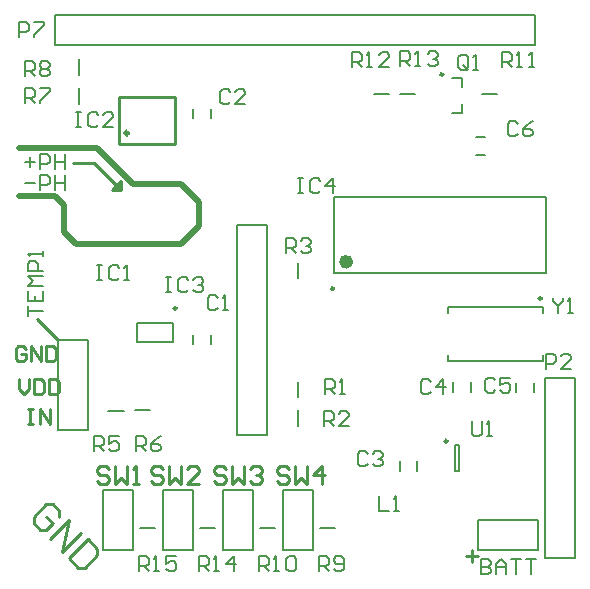
<source format=gto>
G04 Layer_Color=65535*
%FSAX24Y24*%
%MOIN*%
G70*
G01*
G75*
%ADD10C,0.0100*%
%ADD26C,0.0200*%
%ADD34C,0.0098*%
%ADD35C,0.0236*%
%ADD36C,0.0130*%
%ADD37C,0.0079*%
%ADD38C,0.0060*%
%ADD39C,0.0080*%
D10*
X037300Y050500D02*
X037600D01*
X037300D02*
X037600Y050800D01*
Y050500D02*
Y050800D01*
X036700Y051400D02*
X037600Y050500D01*
X036000Y051400D02*
X036700D01*
X034800Y046200D02*
X035500Y045500D01*
X039400Y052050D02*
Y053600D01*
X038212D02*
X038737D01*
X037550Y052050D02*
X039400D01*
X037550D02*
Y053600D01*
X038737D02*
X039400D01*
X037550D02*
X038212D01*
X035554Y039606D02*
Y039818D01*
X035342Y040030D01*
X035130Y040030D01*
X034706Y039606D01*
Y039394D01*
X034918Y039182D01*
X035130Y039182D01*
X035342Y039394D01*
X035130Y039606D01*
X035236Y038864D02*
X035872Y039500D01*
X035660Y038440D01*
X036297Y039076D01*
X036509Y038864D02*
X035872Y038228D01*
X036190Y037910D01*
X036403Y037910D01*
X036827Y038334D01*
Y038546D01*
X036509Y038864D01*
X049100Y038300D02*
X049500D01*
X049300Y038500D02*
Y038100D01*
X043200Y041200D02*
X043100Y041300D01*
X042900D01*
X042800Y041200D01*
Y041100D01*
X042900Y041000D01*
X043100D01*
X043200Y040900D01*
Y040800D01*
X043100Y040700D01*
X042900D01*
X042800Y040800D01*
X043400Y041300D02*
Y040700D01*
X043600Y040900D01*
X043800Y040700D01*
Y041300D01*
X044300Y040700D02*
Y041300D01*
X044000Y041000D01*
X044399D01*
X041100Y041200D02*
X041000Y041300D01*
X040800D01*
X040700Y041200D01*
Y041100D01*
X040800Y041000D01*
X041000D01*
X041100Y040900D01*
Y040800D01*
X041000Y040700D01*
X040800D01*
X040700Y040800D01*
X041300Y041300D02*
Y040700D01*
X041500Y040900D01*
X041700Y040700D01*
Y041300D01*
X041900Y041200D02*
X042000Y041300D01*
X042200D01*
X042299Y041200D01*
Y041100D01*
X042200Y041000D01*
X042100D01*
X042200D01*
X042299Y040900D01*
Y040800D01*
X042200Y040700D01*
X042000D01*
X041900Y040800D01*
X039000Y041200D02*
X038900Y041300D01*
X038700D01*
X038600Y041200D01*
Y041100D01*
X038700Y041000D01*
X038900D01*
X039000Y040900D01*
Y040800D01*
X038900Y040700D01*
X038700D01*
X038600Y040800D01*
X039200Y041300D02*
Y040700D01*
X039400Y040900D01*
X039600Y040700D01*
Y041300D01*
X040199Y040700D02*
X039800D01*
X040199Y041100D01*
Y041200D01*
X040100Y041300D01*
X039900D01*
X039800Y041200D01*
X037200D02*
X037100Y041300D01*
X036900D01*
X036800Y041200D01*
Y041100D01*
X036900Y041000D01*
X037100D01*
X037200Y040900D01*
Y040800D01*
X037100Y040700D01*
X036900D01*
X036800Y040800D01*
X037400Y041300D02*
Y040700D01*
X037600Y040900D01*
X037800Y040700D01*
Y041300D01*
X038000Y040700D02*
X038200D01*
X038100D01*
Y041300D01*
X038000Y041200D01*
X034200Y044200D02*
Y043867D01*
X034367Y043700D01*
X034533Y043867D01*
Y044200D01*
X034700D02*
Y043700D01*
X034950D01*
X035033Y043783D01*
Y044117D01*
X034950Y044200D01*
X034700D01*
X035200D02*
Y043700D01*
X035450D01*
X035533Y043783D01*
Y044117D01*
X035450Y044200D01*
X035200D01*
X034500Y043200D02*
X034667D01*
X034583D01*
Y042700D01*
X034500D01*
X034667D01*
X034917D02*
Y043200D01*
X035250Y042700D01*
Y043200D01*
X034433Y045217D02*
X034350Y045300D01*
X034183D01*
X034100Y045217D01*
Y044883D01*
X034183Y044800D01*
X034350D01*
X034433Y044883D01*
Y045050D01*
X034267D01*
X034600Y044800D02*
Y045300D01*
X034933Y044800D01*
Y045300D01*
X035100D02*
Y044800D01*
X035350D01*
X035433Y044883D01*
Y045217D01*
X035350Y045300D01*
X035100D01*
D26*
X034200Y051900D02*
X036800D01*
X038000Y050700D01*
X039600D01*
X040200Y050100D01*
Y049300D02*
Y050100D01*
X039600Y048700D02*
X040200Y049300D01*
X036100Y048700D02*
X039600D01*
X035700Y049100D02*
X036100Y048700D01*
X035700Y049100D02*
Y050000D01*
X035400Y050300D02*
X035700Y050000D01*
X034200Y050300D02*
X035400D01*
D34*
X051636Y046886D02*
G03*
X051636Y046886I-000049J000000D01*
G01*
X044715Y047218D02*
G03*
X044715Y047218I-000049J000000D01*
G01*
X048356Y054359D02*
G03*
X048356Y054359I-000049J000000D01*
G01*
X039469Y046557D02*
G03*
X039469Y046557I-000049J000000D01*
G01*
X048495Y042131D02*
G03*
X048495Y042131I-000049J000000D01*
G01*
D35*
X045238Y048114D02*
G03*
X045238Y048114I-000118J000000D01*
G01*
D36*
X037860Y052400D02*
G03*
X037860Y052400I-000060J000000D01*
G01*
D37*
X043000Y038500D02*
Y040500D01*
Y038500D02*
X044000D01*
Y040500D01*
X043000D02*
X044000D01*
X041000Y038500D02*
Y040500D01*
Y038500D02*
X042000D01*
Y040500D01*
X041000D02*
X042000D01*
X039000Y038500D02*
Y040500D01*
Y038500D02*
X040000D01*
Y040500D01*
X039000D02*
X040000D01*
X037000Y038500D02*
Y040500D01*
Y038500D02*
X038000D01*
Y040500D01*
X037000D02*
X038000D01*
X051675Y046409D02*
Y046586D01*
X048525Y046409D02*
Y046586D01*
Y044814D02*
Y044991D01*
X051675Y044814D02*
Y044991D01*
X048525Y046586D02*
X051675D01*
X048525Y044814D02*
X051675D01*
X044726Y047720D02*
X051774D01*
X044726Y050280D02*
X051774D01*
X044726Y047720D02*
Y050280D01*
X051774Y047720D02*
Y050280D01*
X043500Y043594D02*
Y044106D01*
Y042644D02*
Y043156D01*
X043524Y047570D02*
Y048082D01*
X037194Y043150D02*
X037706D01*
X038068Y043176D02*
X038580D01*
X051750Y038250D02*
X052750D01*
X051750Y044250D02*
X052750D01*
Y038250D02*
Y044250D01*
X051750Y038250D02*
Y044250D01*
X048661Y054241D02*
X048976D01*
Y053926D02*
Y054241D01*
X048661Y053059D02*
X048976D01*
Y053374D01*
X038244Y039250D02*
X038756D01*
X040244D02*
X040756D01*
X046906Y053714D02*
X047418D01*
X046044Y053700D02*
X046556D01*
X049644D02*
X050156D01*
X042244Y039250D02*
X042756D01*
X044244D02*
X044756D01*
X036210Y054344D02*
Y054856D01*
X036220Y053374D02*
Y053886D01*
X051500Y038500D02*
Y039500D01*
X049500Y038500D02*
X051500D01*
X049500D02*
Y039500D01*
X051500D01*
X049433Y052255D02*
X049747D01*
X049433Y051665D02*
X049747D01*
X050785Y043763D02*
Y044077D01*
X051375Y043763D02*
Y044077D01*
X048675Y043773D02*
Y044087D01*
X049265Y043773D02*
Y044087D01*
X047495Y041143D02*
Y041457D01*
X046905Y041143D02*
Y041457D01*
X040015Y045363D02*
Y045677D01*
X040605Y045363D02*
Y045677D01*
X040605Y052893D02*
Y053207D01*
X040015Y052893D02*
Y053207D01*
X038140Y045435D02*
Y046065D01*
X039360Y045435D02*
Y046065D01*
X038140Y045435D02*
X039360D01*
X038140Y046065D02*
X039360D01*
X041474Y042326D02*
X042474D01*
X041474D02*
Y049326D01*
X042474D01*
Y042326D02*
Y049326D01*
X035500Y042500D02*
X036500D01*
X035500D02*
Y045500D01*
X036500D01*
Y042500D02*
Y045500D01*
X035400Y055350D02*
X051400D01*
X035400D02*
Y056350D01*
X036150D01*
X051400D01*
Y055350D02*
Y056350D01*
X048761Y042013D02*
X048879D01*
X048761Y041147D02*
X048879D01*
X048761D02*
Y042013D01*
X048879Y041147D02*
Y042013D01*
D38*
X051770Y044550D02*
Y045050D01*
X052020D01*
X052103Y044967D01*
Y044800D01*
X052020Y044717D01*
X051770D01*
X052603Y044550D02*
X052270D01*
X052603Y044883D01*
Y044967D01*
X052520Y045050D01*
X052353D01*
X052270Y044967D01*
X044400Y043700D02*
Y044200D01*
X044650D01*
X044733Y044117D01*
Y043950D01*
X044650Y043867D01*
X044400D01*
X044567D02*
X044733Y043700D01*
X044900D02*
X045066D01*
X044983D01*
Y044200D01*
X044900Y044117D01*
X049300Y042800D02*
Y042383D01*
X049383Y042300D01*
X049550D01*
X049633Y042383D01*
Y042800D01*
X049800Y042300D02*
X049966D01*
X049883D01*
Y042800D01*
X049800Y042717D01*
X049183Y054593D02*
Y054927D01*
X049100Y055010D01*
X048933D01*
X048850Y054927D01*
Y054593D01*
X048933Y054510D01*
X049100D01*
X049017Y054677D02*
X049183Y054510D01*
X049100D02*
X049183Y054593D01*
X049350Y054510D02*
X049516D01*
X049433D01*
Y055010D01*
X049350Y054927D01*
X052000Y046900D02*
Y046817D01*
X052167Y046650D01*
X052333Y046817D01*
Y046900D01*
X052167Y046650D02*
Y046400D01*
X052500D02*
X052666D01*
X052583D01*
Y046900D01*
X052500Y046817D01*
X038200Y037800D02*
Y038300D01*
X038450D01*
X038533Y038217D01*
Y038050D01*
X038450Y037967D01*
X038200D01*
X038367D02*
X038533Y037800D01*
X038700D02*
X038866D01*
X038783D01*
Y038300D01*
X038700Y038217D01*
X039450Y038300D02*
X039116D01*
Y038050D01*
X039283Y038133D01*
X039366D01*
X039450Y038050D01*
Y037883D01*
X039366Y037800D01*
X039200D01*
X039116Y037883D01*
X040200Y037800D02*
Y038300D01*
X040450D01*
X040533Y038217D01*
Y038050D01*
X040450Y037967D01*
X040200D01*
X040367D02*
X040533Y037800D01*
X040700D02*
X040866D01*
X040783D01*
Y038300D01*
X040700Y038217D01*
X041366Y037800D02*
Y038300D01*
X041116Y038050D01*
X041450D01*
X046930Y054620D02*
Y055120D01*
X047180D01*
X047263Y055037D01*
Y054870D01*
X047180Y054787D01*
X046930D01*
X047097D02*
X047263Y054620D01*
X047430D02*
X047596D01*
X047513D01*
Y055120D01*
X047430Y055037D01*
X047846D02*
X047930Y055120D01*
X048096D01*
X048180Y055037D01*
Y054953D01*
X048096Y054870D01*
X048013D01*
X048096D01*
X048180Y054787D01*
Y054703D01*
X048096Y054620D01*
X047930D01*
X047846Y054703D01*
X045300Y054600D02*
Y055100D01*
X045550D01*
X045633Y055017D01*
Y054850D01*
X045550Y054767D01*
X045300D01*
X045467D02*
X045633Y054600D01*
X045800D02*
X045966D01*
X045883D01*
Y055100D01*
X045800Y055017D01*
X046550Y054600D02*
X046216D01*
X046550Y054933D01*
Y055017D01*
X046466Y055100D01*
X046300D01*
X046216Y055017D01*
X050300Y054600D02*
Y055100D01*
X050550D01*
X050633Y055017D01*
Y054850D01*
X050550Y054767D01*
X050300D01*
X050467D02*
X050633Y054600D01*
X050800D02*
X050966D01*
X050883D01*
Y055100D01*
X050800Y055017D01*
X051216Y054600D02*
X051383D01*
X051300D01*
Y055100D01*
X051216Y055017D01*
X042200Y037800D02*
Y038300D01*
X042450D01*
X042533Y038217D01*
Y038050D01*
X042450Y037967D01*
X042200D01*
X042367D02*
X042533Y037800D01*
X042700D02*
X042866D01*
X042783D01*
Y038300D01*
X042700Y038217D01*
X043116D02*
X043200Y038300D01*
X043366D01*
X043450Y038217D01*
Y037883D01*
X043366Y037800D01*
X043200D01*
X043116Y037883D01*
Y038217D01*
X044200Y037800D02*
Y038300D01*
X044450D01*
X044533Y038217D01*
Y038050D01*
X044450Y037967D01*
X044200D01*
X044367D02*
X044533Y037800D01*
X044700Y037883D02*
X044783Y037800D01*
X044950D01*
X045033Y037883D01*
Y038217D01*
X044950Y038300D01*
X044783D01*
X044700Y038217D01*
Y038133D01*
X044783Y038050D01*
X045033D01*
X034400Y054300D02*
Y054800D01*
X034650D01*
X034733Y054717D01*
Y054550D01*
X034650Y054467D01*
X034400D01*
X034567D02*
X034733Y054300D01*
X034900Y054717D02*
X034983Y054800D01*
X035150D01*
X035233Y054717D01*
Y054633D01*
X035150Y054550D01*
X035233Y054467D01*
Y054383D01*
X035150Y054300D01*
X034983D01*
X034900Y054383D01*
Y054467D01*
X034983Y054550D01*
X034900Y054633D01*
Y054717D01*
X034983Y054550D02*
X035150D01*
X034400Y053400D02*
Y053900D01*
X034650D01*
X034733Y053817D01*
Y053650D01*
X034650Y053567D01*
X034400D01*
X034567D02*
X034733Y053400D01*
X034900Y053900D02*
X035233D01*
Y053817D01*
X034900Y053483D01*
Y053400D01*
X034200Y055600D02*
Y056100D01*
X034450D01*
X034533Y056017D01*
Y055850D01*
X034450Y055767D01*
X034200D01*
X034700Y056100D02*
X035033D01*
Y056017D01*
X034700Y055683D01*
Y055600D01*
X049600Y038200D02*
Y037700D01*
X049850D01*
X049933Y037783D01*
Y037867D01*
X049850Y037950D01*
X049600D01*
X049850D01*
X049933Y038033D01*
Y038117D01*
X049850Y038200D01*
X049600D01*
X050100Y037700D02*
Y038033D01*
X050266Y038200D01*
X050433Y038033D01*
Y037700D01*
Y037950D01*
X050100D01*
X050600Y038200D02*
X050933D01*
X050766D01*
Y037700D01*
X051100Y038200D02*
X051433D01*
X051266D01*
Y037700D01*
X046200Y040300D02*
Y039800D01*
X046533D01*
X046700D02*
X046866D01*
X046783D01*
Y040300D01*
X046700Y040217D01*
X043500Y050900D02*
X043667D01*
X043583D01*
Y050400D01*
X043500D01*
X043667D01*
X044250Y050817D02*
X044166Y050900D01*
X044000D01*
X043917Y050817D01*
Y050483D01*
X044000Y050400D01*
X044166D01*
X044250Y050483D01*
X044666Y050400D02*
Y050900D01*
X044416Y050650D01*
X044750D01*
X050833Y052717D02*
X050750Y052800D01*
X050583D01*
X050500Y052717D01*
Y052383D01*
X050583Y052300D01*
X050750D01*
X050833Y052383D01*
X051333Y052800D02*
X051166Y052717D01*
X051000Y052550D01*
Y052383D01*
X051083Y052300D01*
X051250D01*
X051333Y052383D01*
Y052467D01*
X051250Y052550D01*
X051000D01*
X050083Y044167D02*
X050000Y044250D01*
X049833D01*
X049750Y044167D01*
Y043833D01*
X049833Y043750D01*
X050000D01*
X050083Y043833D01*
X050583Y044250D02*
X050250D01*
Y044000D01*
X050416Y044083D01*
X050500D01*
X050583Y044000D01*
Y043833D01*
X050500Y043750D01*
X050333D01*
X050250Y043833D01*
X047933Y044117D02*
X047850Y044200D01*
X047683D01*
X047600Y044117D01*
Y043783D01*
X047683Y043700D01*
X047850D01*
X047933Y043783D01*
X048350Y043700D02*
Y044200D01*
X048100Y043950D01*
X048433D01*
X045833Y041707D02*
X045750Y041790D01*
X045583D01*
X045500Y041707D01*
Y041373D01*
X045583Y041290D01*
X045750D01*
X045833Y041373D01*
X046000Y041707D02*
X046083Y041790D01*
X046250D01*
X046333Y041707D01*
Y041623D01*
X046250Y041540D01*
X046166D01*
X046250D01*
X046333Y041457D01*
Y041373D01*
X046250Y041290D01*
X046083D01*
X046000Y041373D01*
X036800Y048000D02*
X036967D01*
X036883D01*
Y047500D01*
X036800D01*
X036967D01*
X037550Y047917D02*
X037466Y048000D01*
X037300D01*
X037217Y047917D01*
Y047583D01*
X037300Y047500D01*
X037466D01*
X037550Y047583D01*
X037716Y047500D02*
X037883D01*
X037800D01*
Y048000D01*
X037716Y047917D01*
X040833Y046917D02*
X040750Y047000D01*
X040583D01*
X040500Y046917D01*
Y046583D01*
X040583Y046500D01*
X040750D01*
X040833Y046583D01*
X041000Y046500D02*
X041166D01*
X041083D01*
Y047000D01*
X041000Y046917D01*
X041253Y053777D02*
X041170Y053860D01*
X041003D01*
X040920Y053777D01*
Y053443D01*
X041003Y053360D01*
X041170D01*
X041253Y053443D01*
X041753Y053360D02*
X041420D01*
X041753Y053693D01*
Y053777D01*
X041670Y053860D01*
X041503D01*
X041420Y053777D01*
X039100Y047600D02*
X039267D01*
X039183D01*
Y047100D01*
X039100D01*
X039267D01*
X039850Y047517D02*
X039766Y047600D01*
X039600D01*
X039517Y047517D01*
Y047183D01*
X039600Y047100D01*
X039766D01*
X039850Y047183D01*
X040016Y047517D02*
X040100Y047600D01*
X040266D01*
X040350Y047517D01*
Y047433D01*
X040266Y047350D01*
X040183D01*
X040266D01*
X040350Y047267D01*
Y047183D01*
X040266Y047100D01*
X040100D01*
X040016Y047183D01*
X044376Y042624D02*
Y043124D01*
X044626D01*
X044709Y043041D01*
Y042874D01*
X044626Y042791D01*
X044376D01*
X044543D02*
X044709Y042624D01*
X045209D02*
X044876D01*
X045209Y042957D01*
Y043041D01*
X045126Y043124D01*
X044959D01*
X044876Y043041D01*
X043100Y048400D02*
Y048900D01*
X043350D01*
X043433Y048817D01*
Y048650D01*
X043350Y048567D01*
X043100D01*
X043267D02*
X043433Y048400D01*
X043600Y048817D02*
X043683Y048900D01*
X043850D01*
X043933Y048817D01*
Y048733D01*
X043850Y048650D01*
X043766D01*
X043850D01*
X043933Y048567D01*
Y048483D01*
X043850Y048400D01*
X043683D01*
X043600Y048483D01*
X036700Y041800D02*
Y042300D01*
X036950D01*
X037033Y042217D01*
Y042050D01*
X036950Y041967D01*
X036700D01*
X036867D02*
X037033Y041800D01*
X037533Y042300D02*
X037200D01*
Y042050D01*
X037366Y042133D01*
X037450D01*
X037533Y042050D01*
Y041883D01*
X037450Y041800D01*
X037283D01*
X037200Y041883D01*
X038100Y041800D02*
Y042300D01*
X038350D01*
X038433Y042217D01*
Y042050D01*
X038350Y041967D01*
X038100D01*
X038267D02*
X038433Y041800D01*
X038933Y042300D02*
X038766Y042217D01*
X038600Y042050D01*
Y041883D01*
X038683Y041800D01*
X038850D01*
X038933Y041883D01*
Y041967D01*
X038850Y042050D01*
X038600D01*
X036100Y053100D02*
X036267D01*
X036183D01*
Y052600D01*
X036100D01*
X036267D01*
X036850Y053017D02*
X036766Y053100D01*
X036600D01*
X036517Y053017D01*
Y052683D01*
X036600Y052600D01*
X036766D01*
X036850Y052683D01*
X037350Y052600D02*
X037016D01*
X037350Y052933D01*
Y053017D01*
X037266Y053100D01*
X037100D01*
X037016Y053017D01*
X034500Y046300D02*
Y046633D01*
Y046467D01*
X035000D01*
X034500Y047133D02*
Y046800D01*
X035000D01*
Y047133D01*
X034750Y046800D02*
Y046966D01*
X035000Y047300D02*
X034500D01*
X034667Y047466D01*
X034500Y047633D01*
X035000D01*
Y047800D02*
X034500D01*
Y048049D01*
X034583Y048133D01*
X034750D01*
X034833Y048049D01*
Y047800D01*
X035000Y048299D02*
Y048466D01*
Y048383D01*
X034500D01*
X034583Y048299D01*
D39*
X034400Y051450D02*
X034733D01*
X034567Y051617D02*
Y051283D01*
X034900Y051200D02*
Y051700D01*
X035150D01*
X035233Y051617D01*
Y051450D01*
X035150Y051367D01*
X034900D01*
X035400Y051700D02*
Y051200D01*
Y051450D01*
X035733D01*
Y051700D01*
Y051200D01*
X034400Y050750D02*
X034733D01*
X034900Y050500D02*
Y051000D01*
X035150D01*
X035233Y050917D01*
Y050750D01*
X035150Y050667D01*
X034900D01*
X035400Y051000D02*
Y050500D01*
Y050750D01*
X035733D01*
Y051000D01*
Y050500D01*
M02*

</source>
